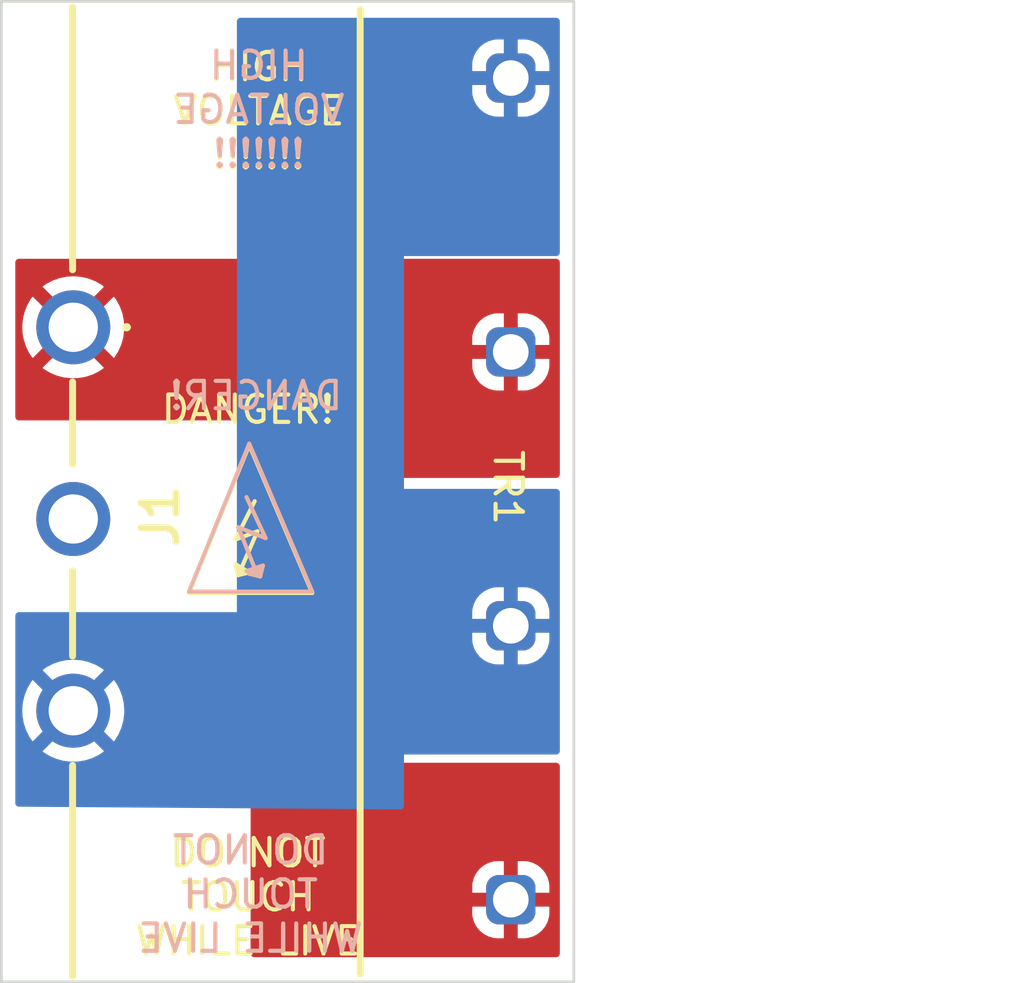
<source format=kicad_pcb>
(kicad_pcb (version 20211014) (generator pcbnew)
  (layers (0 "F.Cu" signal) (31 "B.Cu" signal) (34 "B.Paste" user) (35 "F.Paste" user) (36 "B.SilkS" user "B.Silkscreen") (37 "F.SilkS" user "F.Silkscreen") (38 "B.Mask" user) (39 "F.Mask" user) (44 "Edge.Cuts" user))
  (net 0 "")
  (net 1 "/120V_AC")
  (net 2 "/Case?")
  (net 3 "Net-(J1-Pad3)")
  (footprint "SamacSys_Parts:703W0053" (layer "F.Cu") (at 58.325 75.9 90)
    (fp_text reference "J1" (at -6.9 3.175 90) (layer "F.SilkS") (effects (font (size 1.27 1.27) (thickness 0.254))))
    (fp_text value "703W-00_53" hide)
    (fp_line (start 0 2) (end 0 2) (layer "F.SilkS") (width 0.2))
    (fp_line (start 0 1.9) (end 0 1.9) (layer "F.SilkS") (width 0.2))
    (fp_line (start 0 2) (end 0 2) (layer "F.SilkS") (width 0.2))
    (fp_arc (start 0 1.9) (mid 0.05 1.95) (end 0 2) (layer "F.SilkS") (width 0.2))
    (fp_arc (start 0 2) (mid -0.05 1.95) (end 0 1.9) (layer "F.SilkS") (width 0.2))
    (fp_arc (start 0 1.9) (mid 0.05 1.95) (end 0 2) (layer "F.SilkS") (width 0.2))
    (pad "1" thru_hole circle (at 0 0 90) (size 2.7 2.7) (drill 1.8) (layers *.Cu *.Mask) (net 1 "/120V_AC"))
    (pad "2" thru_hole circle (at -7 0 90) (size 2.7 2.7) (drill 1.8) (layers *.Cu *.Mask) (net 2 "/Case?"))
    (pad "3" thru_hole circle (at -14 0 90) (size 2.7 2.7) (drill 1.8) (layers *.Cu *.Mask) (net 3 "Net-(J1-Pad3)"))
  )
  (footprint "Power Supply Board:Transformer_20VAC" (layer "F.Cu") (at 92.8 81.8 -90)
    (fp_text reference "TR1" (at -0.05 18.6 -90 unlocked) (layer "F.SilkS"))
    (fp_text value "Transformer")
    (pad "1" thru_hole roundrect (at -15 18.5 270) (size 1.8 1.8) (drill 1.3) (layers *.Cu *.Mask) (net 3 "Net-(J1-Pad3)"))
    (pad "3" thru_hole roundrect (at -5 18.5 270) (size 1.8 1.8) (drill 1.3) (layers *.Cu *.Mask) (net 1 "/120V_AC"))
    (pad "4" thru_hole roundrect (at 5 18.5 270) (size 1.8 1.8) (drill 1.3) (layers *.Cu *.Mask) (net 3 "Net-(J1-Pad3)"))
    (pad "6" thru_hole roundrect (at 15 18.5 270) (size 1.8 1.8) (drill 1.3) (layers *.Cu *.Mask) (net 1 "/120V_AC"))
  )
  (gr_line (start 67.05 85.55) (end 62.55 85.55) (layer "B.SilkS") (width 0.15))
  (gr_line (start 64.95 84.7) (end 65.25 84.6) (layer "B.SilkS") (width 0.15))
  (gr_line (start 64.35 83.2) (end 64.95 84.7) (layer "B.SilkS") (width 0.15))
  (gr_line (start 64.75 84.9) (end 65.1 84.8) (layer "B.SilkS") (width 0.15))
  (gr_line (start 64.65 82.1) (end 65.35 83.6) (layer "B.SilkS") (width 0.15))
  (gr_line (start 65.25 84.6) (end 64.75 84.9) (layer "B.SilkS") (width 0.15))
  (gr_line (start 65.15 85) (end 64.75 84.9) (layer "B.SilkS") (width 0.15))
  (gr_line (start 65.35 83.6) (end 64.35 83.2) (layer "B.SilkS") (width 0.15))
  (gr_line (start 64.65 84.8) (end 65.1 84.65) (layer "B.SilkS") (width 0.15))
  (gr_line (start 64.75 80.15) (end 67.05 85.55) (layer "B.SilkS") (width 0.15))
  (gr_line (start 64.65 84.8) (end 65.1 84.9) (layer "B.SilkS") (width 0.15))
  (gr_line (start 65.25 84.6) (end 65.15 85) (layer "B.SilkS") (width 0.15))
  (gr_line (start 62.55 85.55) (end 64.75 80.15) (layer "B.SilkS") (width 0.15))
  (gr_line (start 67.05 85.6) (end 62.55 85.6) (layer "F.SilkS") (width 0.15))
  (gr_line (start 64.35 84.95) (end 64.75 84.85) (layer "F.SilkS") (width 0.15))
  (gr_line (start 58.3 77.9) (end 58.3 80.9) (layer "F.SilkS") (width 0.254))
  (gr_line (start 64.75 84.85) (end 64.3 84.75) (layer "F.SilkS") (width 0.15))
  (gr_line (start 58.3 64.2) (end 58.3 73.8) (layer "F.SilkS") (width 0.254))
  (gr_line (start 64.95 82.25) (end 64.25 83.65) (layer "F.SilkS") (width 0.15))
  (gr_line (start 65.05 83.35) (end 64.35 84.95) (layer "F.SilkS") (width 0.15))
  (gr_line (start 64.25 84.55) (end 64.35 84.95) (layer "F.SilkS") (width 0.15))
  (gr_line (start 64.75 80.2) (end 67.05 85.6) (layer "F.SilkS") (width 0.15))
  (gr_line (start 64.25 83.65) (end 65.05 83.35) (layer "F.SilkS") (width 0.15))
  (gr_line (start 58.3 91.9) (end 58.3 99.6) (layer "F.SilkS") (width 0.254))
  (gr_line (start 64.75 84.85) (end 64.25 84.55) (layer "F.SilkS") (width 0.15))
  (gr_line (start 62.55 85.6) (end 64.75 80.2) (layer "F.SilkS") (width 0.15))
  (gr_line (start 58.3 84.8) (end 58.3 87.9) (layer "F.SilkS") (width 0.254))
  (gr_line (start 68.8 64.3) (end 68.8 99.5) (layer "F.SilkS") (width 0.254))
  (gr_rect (start 55.7 64) (end 76.6 99.8) (layer "Edge.Cuts") (width 0.1) (fill none))
  (gr_text "DANGER!" (at 65 78.4) (layer "B.SilkS") (effects (font (size 1 1)) (justify mirror)))
  (gr_text "DO NOT\nTOUCH\nWHILE LIVE" (at 64.8 96.6) (layer "B.SilkS") (effects (font (size 1 1)) (justify mirror)))
  (gr_text "HIGH\nVOLTAGE\n!!!!!!!" (at 65.1 67.95) (layer "B.SilkS") (effects (font (size 1 1)) (justify mirror)))
  (gr_text "DO NOT\nTOUCH\nWHILE LIVE" (at 64.7 96.7) (layer "F.SilkS") (effects (font (size 1 1))))
  (gr_text "HIGH\nVOLTAGE\n!!!!!!!" (at 65.1 68) (layer "F.SilkS") (effects (font (size 1 1))))
  (gr_text "DANGER!" (at 64.7 78.9) (layer "F.SilkS") (effects (font (size 1 1))))
  (zone (net 1) (net_name "/120V_AC") (layer "F.Cu") (connect_pads (clearance 0.508)) (min_thickness 0.254) (fill yes (thermal_gap 0.508) (thermal_bridge_width 0.508))
    (polygon (pts (xy 76.1 73.4) (xy 76.1 81.4) (xy 70.4 81.4) (xy 70.4 91.8) (xy 76.1 91.8) (xy 76.1 98.9) (xy 64.8 98.9) (xy 64.8 79.3) (xy 56.2 79.3) (xy 56.2 73.4)))
  )
  (zone (net 3) (net_name "Net-(J1-Pad3)") (layer "B.Cu") (connect_pads (clearance 0.508)) (min_thickness 0.254) (fill yes (thermal_gap 0.508) (thermal_bridge_width 0.508))
    (polygon (pts (xy 76.1 73.3) (xy 70.4 73.3) (xy 70.4 81.8) (xy 76.1 81.8) (xy 76.1 91.5) (xy 70.4 91.5) (xy 70.398577 93.503485) (xy 56.098577 93.403485) (xy 56.1 86.3) (xy 64.3 86.3) (xy 64.3 64.6) (xy 76.1 64.6)))
  )
)
</source>
